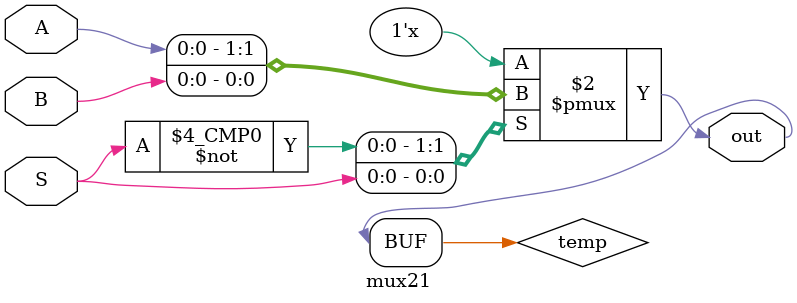
<source format=v>
`timescale 1ns / 1ps

module mux21(
    input A,
    input B,
    input S,
    output out
    );
    reg temp;
    
    always@(*) begin
        case (S)
            1'b0: temp = A;
            1'b1: temp = B;
        endcase
    end
    assign out = temp;
endmodule

</source>
